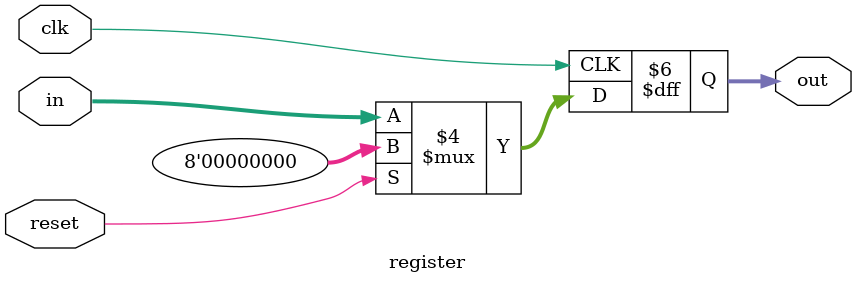
<source format=v>
`timescale 1ns / 1ps

module register #(parameter w=8)(
input [w-1:0]in,
input clk,reset,
output reg [w-1:0]out
    );
/*
D_flip_flop ff1(in[3],clk,out[3]);
D_flip_flop ff2(in[2],clk,out[2]);
D_flip_flop ff3(in[1],clk,out[1]);
D_flip_flop ff4(in[0],clk,out[0]);
*/

always @(posedge clk)
begin
	if (reset==1)
		out = 0;
	else
		out = in;
end

endmodule
</source>
